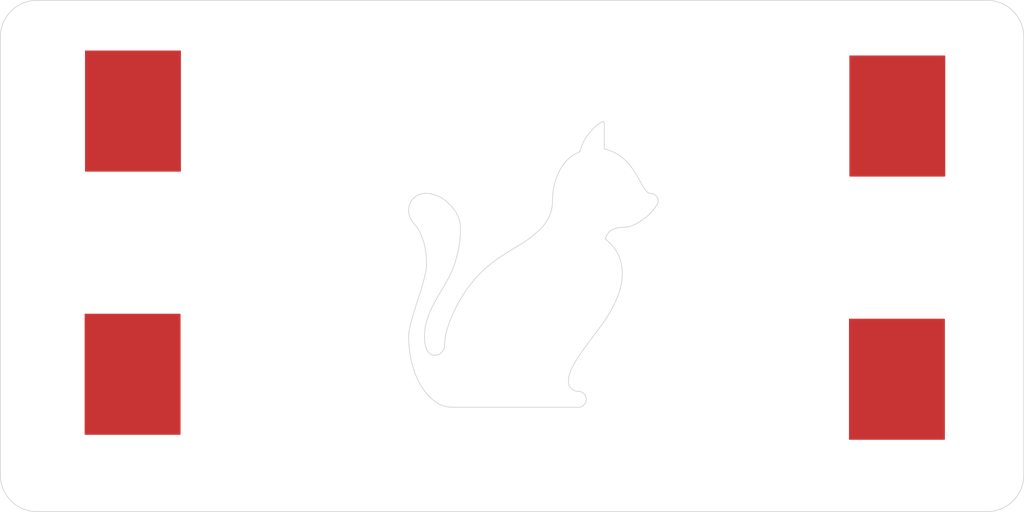
<source format=kicad_pcb>
(kicad_pcb (version 20211014) (generator pcbnew)

  (general
    (thickness 1.09)
  )

  (paper "A4")
  (layers
    (0 "F.Cu" signal)
    (31 "B.Cu" signal)
    (32 "B.Adhes" user "B.Adhesive")
    (33 "F.Adhes" user "F.Adhesive")
    (34 "B.Paste" user)
    (35 "F.Paste" user)
    (36 "B.SilkS" user "B.Silkscreen")
    (37 "F.SilkS" user "F.Silkscreen")
    (38 "B.Mask" user)
    (39 "F.Mask" user)
    (40 "Dwgs.User" user "User.Drawings")
    (41 "Cmts.User" user "User.Comments")
    (42 "Eco1.User" user "User.Eco1")
    (43 "Eco2.User" user "User.Eco2")
    (44 "Edge.Cuts" user)
    (45 "Margin" user)
    (46 "B.CrtYd" user "B.Courtyard")
    (47 "F.CrtYd" user "F.Courtyard")
    (48 "B.Fab" user)
    (49 "F.Fab" user)
    (50 "User.1" user)
    (51 "User.2" user)
    (52 "User.3" user)
    (53 "User.4" user)
    (54 "User.5" user)
    (55 "User.6" user)
    (56 "User.7" user)
    (57 "User.8" user)
    (58 "User.9" user)
  )

  (setup
    (stackup
      (layer "F.SilkS" (type "Top Silk Screen") (color "White"))
      (layer "F.Paste" (type "Top Solder Paste"))
      (layer "F.Mask" (type "Top Solder Mask") (color "Black") (thickness 0.01))
      (layer "F.Cu" (type "copper") (thickness 0.035))
      (layer "dielectric 1" (type "core") (thickness 1) (material "Al") (epsilon_r 8.7) (loss_tangent 0.001))
      (layer "B.Cu" (type "copper") (thickness 0.035))
      (layer "B.Mask" (type "Bottom Solder Mask") (color "Black") (thickness 0.01))
      (layer "B.Paste" (type "Bottom Solder Paste"))
      (layer "B.SilkS" (type "Bottom Silk Screen") (color "White"))
      (copper_finish "HAL lead-free")
      (dielectric_constraints no)
    )
    (pad_to_mask_clearance 0)
    (pcbplotparams
      (layerselection 0x00010fc_ffffffff)
      (disableapertmacros false)
      (usegerberextensions false)
      (usegerberattributes true)
      (usegerberadvancedattributes true)
      (creategerberjobfile true)
      (svguseinch false)
      (svgprecision 6)
      (excludeedgelayer true)
      (plotframeref false)
      (viasonmask false)
      (mode 1)
      (useauxorigin false)
      (hpglpennumber 1)
      (hpglpenspeed 20)
      (hpglpendiameter 15.000000)
      (dxfpolygonmode true)
      (dxfimperialunits true)
      (dxfusepcbnewfont true)
      (psnegative false)
      (psa4output false)
      (plotreference true)
      (plotvalue true)
      (plotinvisibletext false)
      (sketchpadsonfab false)
      (subtractmaskfromsilk false)
      (outputformat 1)
      (mirror false)
      (drillshape 1)
      (scaleselection 1)
      (outputdirectory "")
    )
  )

  (net 0 "")

  (gr_rect (start 92.65 104) (end 105.57 120.38) (layer "F.Cu") (width 0.2) (fill solid) (tstamp 56e38e93-0fc1-4dbf-8748-4e5e01cc51df))
  (gr_rect (start 92.7 67.96) (end 105.62 84.34) (layer "F.Cu") (width 0.2) (fill solid) (tstamp bf67f245-1714-4d39-b76d-53f1523ab5f8))
  (gr_rect (start 197.21 104.68) (end 210.13 121.06) (layer "F.Cu") (width 0.2) (fill solid) (tstamp ce33739c-5d28-4c4f-8ccf-84b467a2a283))
  (gr_rect (start 197.26 68.64) (end 210.18 85.02) (layer "F.Cu") (width 0.2) (fill solid) (tstamp f7e200ad-0805-42f5-9f32-792f4044fcf7))
  (gr_rect (start 92.7 67.95) (end 105.62 84.33) (layer "F.Mask") (width 0.2) (fill solid) (tstamp 0487eaf1-aed4-43c8-b413-58a751ee6704))
  (gr_rect (start 92.65 103.99) (end 105.57 120.37) (layer "F.Mask") (width 0.2) (fill solid) (tstamp 74d44c9a-48e5-4795-9d19-f13c167dd17e))
  (gr_rect (start 197.26 68.63) (end 210.18 85.01) (layer "F.Mask") (width 0.2) (fill solid) (tstamp bdeb6957-4199-4c46-befc-fc6addc59e85))
  (gr_rect (start 197.21 104.67) (end 210.13 121.05) (layer "F.Mask") (width 0.2) (fill solid) (tstamp feef402d-e20c-433f-bbed-b3d5c8efee26))
  (gr_curve locked (pts (xy 158.720606 113.155984) (xy 158.720606 113.549035) (xy 158.84805 113.881931) (xy 159.108084 114.14268)) (layer "Edge.Cuts") (width 0.1) (tstamp 02289c61-13df-495e-a809-03e3a71bb201))
  (gr_line locked (start 163.769522 93.641545) (end 163.845675 93.70384) (layer "Edge.Cuts") (width 0.1) (tstamp 052acc87-8ff9-4162-8f55-f7121d221d0a))
  (gr_line locked (start 216.02 130.99) (end 86.02 130.99) (layer "Edge.Cuts") (width 0.1) (tstamp 058e77a4-10af-4bc8-a984-5984d3bbee4c))
  (gr_curve locked (pts (xy 137.947151 91.956335) (xy 137.878286 91.874038) (xy 137.782418 91.765169) (xy 137.660259 91.629865)) (layer "Edge.Cuts") (width 0.1) (tstamp 0b43a8fb-b3d3-4444-a4b0-cf952c07dcfe))
  (gr_curve locked (pts (xy 137.5401 88.091137) (xy 137.986301 87.643939) (xy 138.532368 87.420625) (xy 139.187449 87.420625)) (layer "Edge.Cuts") (width 0.1) (tstamp 1020b588-7eb0-4b70-bbff-c77a867c3142))
  (gr_line locked (start 221.02 65.99) (end 221.02 125.99) (layer "Edge.Cuts") (width 0.1) (tstamp 18e95a1d-9d1d-4b93-8e4c-2d03c344acc0))
  (gr_line locked (start 163.639506 77.757873) (end 163.639506 81.226105) (layer "Edge.Cuts") (width 0.1) (tstamp 19a5aacd-255a-4bf3-89c1-efd2ab61016c))
  (gr_curve locked (pts (xy 143.963619 92.206938) (xy 143.963619 93.55582) (xy 143.798455 94.833122) (xy 143.469129 96.039417)) (layer "Edge.Cuts") (width 0.1) (tstamp 1c92f382-4ec3-478f-a1ca-afadd3087787))
  (gr_curve locked (pts (xy 143.521848 102.709678) (xy 144.679425 100.517119) (xy 146.134606 98.696749) (xy 147.886394 97.246425)) (layer "Edge.Cuts") (width 0.1) (tstamp 278deae2-fb37-4957-b2cb-afac30cacb12))
  (gr_curve locked (pts (xy 156.052415 90.689891) (xy 156.381885 90.002948) (xy 156.546763 89.275857) (xy 156.546763 88.510047)) (layer "Edge.Cuts") (width 0.1) (tstamp 27e3c71f-5a63-4710-8adf-b600b805ce02))
  (gr_curve locked (pts (xy 169.93115 87.420625) (xy 170.224758 87.420625) (xy 170.477075 87.526495) (xy 170.694674 87.744522)) (layer "Edge.Cuts") (width 0.1) (tstamp 2ba21493-929b-4122-ac0f-7aeaf8602cef))
  (gr_curve locked (pts (xy 161.363222 108.005198) (xy 160.642704 108.946317) (xy 160.024196 109.862857) (xy 159.508276 110.754683)) (layer "Edge.Cuts") (width 0.1) (tstamp 2cb05d43-df82-498c-aae1-4b1a0a350f82))
  (gr_curve locked (pts (xy 160.856731 116.386103) (xy 160.639131 116.60413) (xy 160.386815 116.71) (xy 160.093205 116.71)) (layer "Edge.Cuts") (width 0.1) (tstamp 2f4c659c-2ccb-4fb1-808e-7868af588a89))
  (gr_curve locked (pts (xy 151.795025 94.636528) (xy 152.358097 94.302913) (xy 152.827442 94.000161) (xy 153.202059 93.728128)) (layer "Edge.Cuts") (width 0.1) (tstamp 31070a40-077c-4123-96dd-e39f8a0007ce))
  (gr_curve locked (pts (xy 170.357489 89.672478) (xy 169.90829 90.235262) (xy 169.286784 90.777472) (xy 168.488827 91.297823)) (layer "Edge.Cuts") (width 0.1) (tstamp 3388a811-b444-4ecc-a564-b22a1b731ab4))
  (gr_curve locked (pts (xy 142.252403 99.14609) (xy 141.766345 100.017628) (xy 141.280283 100.857019) (xy 140.794365 101.664261)) (layer "Edge.Cuts") (width 0.1) (tstamp 36210d52-4f9a-42bc-a022-019a63c67fc2))
  (gr_line locked (start 160.093205 116.71) (end 142.87677 116.71) (layer "Edge.Cuts") (width 0.1) (tstamp 37f8ba3f-cca4-4b16-b699-07a704844fc9))
  (gr_curve locked (pts (xy 167.354399 83.835791) (xy 167.736019 84.383916) (xy 168.072775 84.925099) (xy 168.364668 85.45938)) (layer "Edge.Cuts") (width 0.1) (tstamp 3dbc1b14-20e2-4dcb-8347-d33c13d3f0e0))
  (gr_curve locked (pts (xy 142.468145 88.919098) (xy 143.47127 89.924223) (xy 143.963619 91.019075) (xy 143.963619 92.206938)) (layer "Edge.Cuts") (width 0.1) (tstamp 3e147ce1-21a6-4e77-a3db-fd00d575cd22))
  (gr_curve locked (pts (xy 159.108084 114.14268) (xy 159.368259 114.403285) (xy 159.700729 114.531156) (xy 160.093205 114.531156)) (layer "Edge.Cuts") (width 0.1) (tstamp 44a8a96b-3053-4222-9241-aa484f5ebe13))
  (gr_arc locked (start 163.44687 77.61406) (mid 163.57924 77.637675) (end 163.639506 77.757873) (layer "Edge.Cuts") (width 0.1) (tstamp 44e993be-f2df-4e61-a598-dfd6e106a208))
  (gr_arc locked (start 163.756396 81.372405) (mid 163.672317 81.319736) (end 163.639506 81.226105) (layer "Edge.Cuts") (width 0.1) (tstamp 45b7fe01-a2fa-40c2-a3a2-4a9ae7c34dba))
  (gr_curve locked (pts (xy 139.409762 108.933886) (xy 139.657509 109.361508) (xy 139.992978 109.601969) (xy 140.417177 109.601969)) (layer "Edge.Cuts") (width 0.1) (tstamp 4648968b-aa58-4f57-8f45-54b088364670))
  (gr_curve locked (pts (xy 171.018 88.510047) (xy 171.018 88.601344) (xy 170.974994 88.743648) (xy 170.862838 88.946387)) (layer "Edge.Cuts") (width 0.1) (tstamp 47957453-fce7-4d98-833c-e34bb8a852a5))
  (gr_curve locked (pts (xy 168.364668 85.45938) (xy 168.660277 86.000162) (xy 168.924595 86.452647) (xy 169.157624 86.815835)) (layer "Edge.Cuts") (width 0.1) (tstamp 4b534cd1-c414-4029-9164-e46766faf60e))
  (gr_curve locked (pts (xy 157.49231 84.357585) (xy 158.11794 83.116157) (xy 159.027358 82.249754) (xy 160.221702 81.750142)) (layer "Edge.Cuts") (width 0.1) (tstamp 4be2b882-65e4-4552-9482-9d622928de2f))
  (gr_line locked (start 81.02 125.99) (end 81.02 65.99) (layer "Edge.Cuts") (width 0.1) (tstamp 4c4b4317-29d0-438a-b331-525ede18773a))
  (gr_curve locked (pts (xy 166.098957 98.368422) (xy 166.098957 99.475989) (xy 165.847925 100.625132) (xy 165.341862 101.816853)) (layer "Edge.Cuts") (width 0.1) (tstamp 5160b3d5-0622-412f-84ed-9900be82a5a6))
  (gr_curve locked (pts (xy 139.187449 87.420625) (xy 140.372599 87.420625) (xy 141.46502 87.91383) (xy 142.468145 88.919098)) (layer "Edge.Cuts") (width 0.1) (tstamp 5bb32dcb-8a97-4374-8a16-bc17822d4db3))
  (gr_curve locked (pts (xy 165.849355 82.328546) (xy 166.479717 82.795933) (xy 166.980353 83.298638) (xy 167.354399 83.835791)) (layer "Edge.Cuts") (width 0.1) (tstamp 5fba7ff8-02f1-4ac0-93c4-5bd7becbcf63))
  (gr_curve locked (pts (xy 169.523099 87.253176) (xy 169.647972 87.356189) (xy 169.784846 87.420625) (xy 169.93115 87.420625)) (layer "Edge.Cuts") (width 0.1) (tstamp 60960af7-b938-44a8-82b5-e9c36f2e6817))
  (gr_curve locked (pts (xy 137.174057 105.180701) (xy 137.377796 104.364029) (xy 137.683978 103.3409) (xy 138.093313 102.11046)) (layer "Edge.Cuts") (width 0.1) (tstamp 617498ce-8469-4f4b-9f2b-09a2437561eb))
  (gr_arc locked (start 160.309946 81.646124) (mid 160.278332 81.708744) (end 160.221702 81.750142) (layer "Edge.Cuts") (width 0.1) (tstamp 6239967a-77bd-4ec9-89cd-e04efd8dbe26))
  (gr_curve locked (pts (xy 143.469129 96.039417) (xy 143.138229 97.250567) (xy 142.732321 98.285554) (xy 142.252403 99.14609)) (layer "Edge.Cuts") (width 0.1) (tstamp 67d6d490-a9a4-4ec7-8744-7c7abc821282))
  (gr_curve locked (pts (xy 160.093205 114.531156) (xy 160.386815 114.531156) (xy 160.639131 114.637026) (xy 160.856731 114.855054)) (layer "Edge.Cuts") (width 0.1) (tstamp 6999550c-f78a-4aae-9243-1b3881f5bb3b))
  (gr_curve locked (pts (xy 137.660259 91.629865) (xy 137.425946 91.370261) (xy 137.235065 91.086369) (xy 137.087472 90.778188)) (layer "Edge.Cuts") (width 0.1) (tstamp 6df433d7-73cd-4877-8d2e-047853b9077c))
  (gr_curve locked (pts (xy 168.488827 91.297823) (xy 167.698158 91.81346) (xy 166.950063 92.064063) (xy 166.241832 92.064063)) (layer "Edge.Cuts") (width 0.1) (tstamp 6e508bf2-c65e-4107-867d-a3cf9a86c69e))
  (gr_curve locked (pts (xy 153.202059 93.728128) (xy 153.579249 93.454521) (xy 154.063739 93.052901) (xy 154.654526 92.525263)) (layer "Edge.Cuts") (width 0.1) (tstamp 70186eba-dcad-4878-bf16-887f6eee49df))
  (gr_curve locked (pts (xy 170.862838 88.946387) (xy 170.752966 89.145126) (xy 170.585517 89.38687) (xy 170.357489 89.672478)) (layer "Edge.Cuts") (width 0.1) (tstamp 73a6ec8e-8641-4014-be28-4611d398be32))
  (gr_curve locked (pts (xy 141.623182 108.881594) (xy 141.685049 108.785011) (xy 141.73091 108.690569) (xy 141.74863 108.601416)) (layer "Edge.Cuts") (width 0.1) (tstamp 792ace59-9f73-49b7-92df-01568ab2b00b))
  (gr_arc locked (start 81.02 65.99) (mid 82.484466 62.454466) (end 86.02 60.99) (layer "Edge.Cuts") (width 0.1) (tstamp 7a6d9a4e-fe6a-4427-9f0c-a10fd3ceb923))
  (gr_curve locked (pts (xy 138.093313 102.11046) (xy 138.503791 100.876306) (xy 138.812546 99.845607) (xy 139.018713 99.019216)) (layer "Edge.Cuts") (width 0.1) (tstamp 7e90deb5-aef9-4d2b-a440-4cb0dbfaaa93))
  (gr_curve locked (pts (xy 159.508276 110.754683) (xy 158.989497 111.651511) (xy 158.720606 112.453469) (xy 158.720606 113.155984)) (layer "Edge.Cuts") (width 0.1) (tstamp 8202d57b-d5d2-4a80-8c03-3c6bdbbd1ddf))
  (gr_arc locked (start 86.02 130.99) (mid 82.484466 129.525534) (end 81.02 125.99) (layer "Edge.Cuts") (width 0.1) (tstamp 83d9db3e-661a-47bf-b26c-99313ad8bac9))
  (gr_curve locked (pts (xy 166.241832 92.064063) (xy 165.610324 92.064063) (xy 165.08283 92.182505) (xy 164.669491 92.431108)) (layer "Edge.Cuts") (width 0.1) (tstamp 846ce0b5-f99e-4df4-8803-62f82ae6f3e3))
  (gr_curve locked (pts (xy 139.018713 99.019216) (xy 139.22417 98.195542) (xy 139.330324 97.565321) (xy 139.330324 97.136125)) (layer "Edge.Cuts") (width 0.1) (tstamp 87a32952-c8e5-40ba-af1d-1a8829a6c906))
  (gr_curve locked (pts (xy 170.694674 87.744522) (xy 170.912273 87.96255) (xy 171.018 88.215439) (xy 171.018 88.510047)) (layer "Edge.Cuts") (width 0.1) (tstamp 8aa8d47e-f495-4049-8ac9-7f2ac3205412))
  (gr_curve locked (pts (xy 161.814993 78.880315) (xy 162.207041 78.430344) (xy 162.568944 78.098732) (xy 162.900271 77.880461)) (layer "Edge.Cuts") (width 0.1) (tstamp 8fbab3d0-cb5e-47c7-8764-6fa3c0e4e5f7))
  (gr_curve locked (pts (xy 141.74863 108.601416) (xy 141.775632 108.466111) (xy 141.789916 108.340956) (xy 141.789916 108.226797)) (layer "Edge.Cuts") (width 0.1) (tstamp 900cb6c8-1d05-4537-a4f0-9a7cc1a2ea1c))
  (gr_arc locked (start 221.02 125.99) (mid 219.555534 129.525534) (end 216.02 130.99) (layer "Edge.Cuts") (width 0.1) (tstamp 9bac5a37-2a55-41dd-96ea-ec02b69e3ef4))
  (gr_curve locked (pts (xy 163.756395 81.372407) (xy 164.529548 81.548097) (xy 165.226634 81.8668) (xy 165.849355 82.328546)) (layer "Edge.Cuts") (width 0.1) (tstamp 9c2a29da-c83f-4ec8-bbcf-9d775812af04))
  (gr_curve locked (pts (xy 162.900271 77.880461) (xy 163.095643 77.751734) (xy 163.277648 77.664229) (xy 163.44687 77.61406)) (layer "Edge.Cuts") (width 0.1) (tstamp a25ec672-f935-4d0c-ae67-7c3ebe078d85))
  (gr_curve locked (pts (xy 160.856731 114.855054) (xy 161.074329 115.073081) (xy 161.180057 115.325968) (xy 161.180057 115.620578)) (layer "Edge.Cuts") (width 0.1) (tstamp a2a33a3d-c501-4e33-b67b-7d07ef8aa4a7))
  (gr_curve locked (pts (xy 139.044574 106.9945) (xy 139.044574 107.848894) (xy 139.159875 108.502545) (xy 139.409762 108.933886)) (layer "Edge.Cuts") (width 0.1) (tstamp a7cad282-51c3-4f24-be5e-311c2c5e959b))
  (gr_curve locked (pts (xy 139.330324 97.136125) (xy 139.330324 95.192026) (xy 138.916702 93.52353) (xy 138.082457 92.137072)) (layer "Edge.Cuts") (width 0.1) (tstamp a8a389df-8d18-4e17-a74f-f60d5d77371e))
  (gr_curve locked (pts (xy 138.032022 92.061776) (xy 138.010016 92.03263) (xy 137.981583 91.997341) (xy 137.947151 91.956335)) (layer "Edge.Cuts") (width 0.1) (tstamp aa0e7fe7-e9c2-477f-bcb2-53a1ebd9e3a6))
  (gr_curve locked (pts (xy 163.512491 105.101406) (xy 162.795973 106.101387) (xy 162.079596 107.069367) (xy 161.363222 108.005198)) (layer "Edge.Cuts") (width 0.1) (tstamp abe3c03e-744a-4406-8e50-6a10745f0c43))
  (gr_curve locked (pts (xy 163.845675 93.70384) (xy 165.350864 94.935707) (xy 166.098957 96.48733) (xy 166.098957 98.368422)) (layer "Edge.Cuts") (width 0.1) (tstamp af7ed34f-31b5-4744-97e9-29e5f4d85343))
  (gr_curve locked (pts (xy 140.417177 109.601969) (xy 140.809508 109.601969) (xy 141.132978 109.473953) (xy 141.36958 109.207349)) (layer "Edge.Cuts") (width 0.1) (tstamp b31ebd25-cf4c-4c3e-b83d-0ec793b65cd9))
  (gr_curve locked (pts (xy 151.552568 94.797404) (xy 151.614574 94.765829) (xy 151.696729 94.710108) (xy 151.795025 94.636528)) (layer "Edge.Cuts") (width 0.1) (tstamp b4fbe1fb-a9a3-4020-9a82-d3fa1900cd85))
  (gr_curve locked (pts (xy 141.789916 108.226797) (xy 141.789916 106.745755) (xy 142.360845 104.90881) (xy 143.521848 102.709678)) (layer "Edge.Cuts") (width 0.1) (tstamp b500fd76-a613-4f44-aac4-99213e86ff44))
  (gr_curve locked (pts (xy 141.36958 109.207349) (xy 141.475023 109.088477) (xy 141.560177 108.979747) (xy 141.623182 108.881594)) (layer "Edge.Cuts") (width 0.1) (tstamp b8382866-f10b-4adc-84fc-f6e5dd44681b))
  (gr_curve locked (pts (xy 147.886394 97.246425) (xy 148.851372 96.457754) (xy 150.072812 95.641224) (xy 151.552568 94.797404)) (layer "Edge.Cuts") (width 0.1) (tstamp bc05cdd5-f72f-4c21-b397-0fa889871114))
  (gr_curve locked (pts (xy 140.794365 101.664261) (xy 140.303019 102.480794) (xy 139.889253 103.342471) (xy 139.553069 104.249157)) (layer "Edge.Cuts") (width 0.1) (tstamp c860c4e9-3ddd-4065-857c-b9aedc01e6ad))
  (gr_curve locked (pts (xy 160.309947 81.646124) (xy 160.534533 80.698607) (xy 161.033891 79.776642) (xy 161.814993 78.880315)) (layer "Edge.Cuts") (width 0.1) (tstamp ce3f834f-337d-4957-8d02-e900d7024614))
  (gr_curve locked (pts (xy 165.341862 101.816853) (xy 164.833228 103.014574) (xy 164.223437 104.109138) (xy 163.512491 105.101406)) (layer "Edge.Cuts") (width 0.1) (tstamp cfcae4a3-5d05-48fe-9a5f-9dcd4da4bd65))
  (gr_line locked (start 86.02 60.99) (end 216.02 60.99) (layer "Edge.Cuts") (width 0.1) (tstamp d1422f38-9fce-4f5e-878a-341530beaf9c))
  (gr_curve locked (pts (xy 169.157624 86.815835) (xy 169.277211 87.002287) (xy 169.398512 87.150306) (xy 169.523099 87.253176)) (layer "Edge.Cuts") (width 0.1) (tstamp d33c6077-a8ec-48ca-b0e0-97f3539ef54c))
  (gr_curve locked (pts (xy 137.087472 90.778188) (xy 136.944314 90.479294) (xy 136.870875 90.135106) (xy 136.870875 89.742344)) (layer "Edge.Cuts") (width 0.1) (tstamp d5b0938b-9efb-4b58-8ac4-d92da9ed2e30))
  (gr_arc locked (start 216.02 60.99) (mid 219.555534 62.454466) (end 221.02 65.99) (layer "Edge.Cuts") (width 0.1) (tstamp d91b4df3-08ca-4c95-92de-3004566cf2e7))
  (gr_curve locked (pts (xy 154.654526 92.525263) (xy 155.256888 91.987338) (xy 155.723375 91.375404) (xy 156.052415 90.689891)) (layer "Edge.Cuts") (width 0.1) (tstamp de588ed9-a530-46f0-aa03-e0307ff72286))
  (gr_curve locked (pts (xy 139.768951 115.307825) (xy 138.826119 114.362992) (xy 138.106459 113.157127) (xy 137.612824 111.68566)) (layer "Edge.Cuts") (width 0.1) (tstamp e1c71a89-4e45-4a56-a6ef-342af5f92d5c))
  (gr_curve locked (pts (xy 137.612824 111.68566) (xy 137.118478 110.212187) (xy 136.870875 108.648707) (xy 136.870875 106.9945)) (layer "Edge.Cuts") (width 0.1) (tstamp e20929e2-2c15-4a75-b1ed-9caa9bd27df7))
  (gr_curve locked (pts (xy 164.669491 92.431108) (xy 164.253441 92.681284) (xy 163.963976 93.056758) (xy 163.800526 93.548104)) (layer "Edge.Cuts") (width 0.1) (tstamp e8e598ff-c991-433d-8dd6-c9fce2fe1eaa))
  (gr_curve locked (pts (xy 142.87677 116.71) (xy 141.742054 116.71) (xy 140.707353 116.248229) (xy 139.768951 115.307825)) (layer "Edge.Cuts") (width 0.1) (tstamp ebadfd51-5a1d-4821-b341-8a1acb4abb01))
  (gr_curve locked (pts (xy 139.553069 104.249157) (xy 139.214595 105.162556) (xy 139.044574 106.077958) (xy 139.044574 106.9945)) (layer "Edge.Cuts") (width 0.1) (tstamp ed1f5df2-cfb6-4083-a9e5-5d196546ef9b))
  (gr_curve locked (pts (xy 161.180057 115.620578) (xy 161.180057 115.915188) (xy 161.074329 116.168075) (xy 160.856731 116.386103)) (layer "Edge.Cuts") (width 0.1) (tstamp f6a5cab3-78e5-4acf-8c67-f401df2846d0))
  (gr_curve locked (pts (xy 156.546763 88.510047) (xy 156.546763 86.990143) (xy 156.86266 85.606827) (xy 157.49231 84.357585)) (layer "Edge.Cuts") (width 0.1) (tstamp f8e92727-5789-4ef6-9dc3-be888ad72e45))
  (gr_curve locked (pts (xy 136.870875 106.9945) (xy 136.870875 106.602165) (xy 136.969603 106.000089) (xy 137.174057 105.180701)) (layer "Edge.Cuts") (width 0.1) (tstamp faa605d9-8c1c-4d31-b7c1-3dc31a22eb34))
  (gr_line locked (start 163.800526 93.548104) (end 163.769522 93.641545) (layer "Edge.Cuts") (width 0.1) (tstamp fb126c26-740a-4781-a5dd-5ef5455e4878))
  (gr_curve locked (pts (xy 136.870875 89.742344) (xy 136.870875 89.08569) (xy 137.09376 88.538336) (xy 137.5401 88.091137)) (layer "Edge.Cuts") (width 0.1) (tstamp fd146ca2-8fb8-4c71-9277-84f69bc5d3fc))
  (gr_curve locked (pts (xy 138.082457 92.137072) (xy 138.069598 92.112925) (xy 138.050736 92.086494) (xy 138.032022 92.061776)) (layer "Edge.Cuts") (width 0.1) (tstamp fe431a80-868e-482d-aa91-c96eb8387d6a))
  (gr_line (start 172.3 77.16) (end 173.25 71.5) (layer "F.Fab") (width 0.1) (tstamp 24bf087f-8284-43a2-9c78-c110b521274e))
  (gr_line (start 123.25 83.6) (end 127.89 100.58) (layer "F.Fab") (width 0.1) (tstamp 2b39378b-a9fa-48f6-9951-82fe0678b8fd))
  (gr_line (start 160.75 117.33) (end 162.87 114.97) (layer "F.Fab") (width 0.1) (tstamp 304ac04f-cbc2-463d-b8d3-2dd93a0cb957))
  (gr_line (start 133 115.83) (end 138.58 117.56) (layer "F.Fab") (width 0.1) (tstamp 37b995b2-20fa-47e3-83c3-f318a861f125))
  (gr_line (start 121.29 72.36) (end 123.25 83.6) (layer "F.Fab") (width 0.1) (tstamp 3afee79e-fc34-46fc-9cf7-6865695a1650))
  (gr_line (start 162.87 114.97) (end 169.47 100.9) (layer "F.Fab") (width 0.1) (tstamp 3de2c84d-b70e-41cf-a8a2-fcaf73ac1f4c))
  (gr_line (start 172.07 95.32) (end 172.3 77.16) (layer "F.Fab") (width 0.1) (tstamp 63164765-b098-4df0-b216-89c2a93bd190))
  (gr_line (start 127.89 100.58) (end 133 115.83) (layer "F.Fab") (width 0.1) (tstamp 77871069-ab8d-4de7-8cf8-b541efba3fab))
  (gr_line (start 138.58 117.56) (end 145.42 117.56) (layer "F.Fab") (width 0.1) (tstamp 947b3a30-fec3-4c89-962c-1cb7f7a827db))
  (gr_line (start 145.42 117.56) (end 160.75 117.33) (layer "F.Fab") (width 0.1) (tstamp d2651271-c9f3-45ef-9ae1-87a4d6f14c85))
  (gr_line (start 169.47 100.9) (end 172.07 95.32) (layer "F.Fab") (width 0.1) (tstamp e216ef06-ac27-44d4-940a-7e485f3fb4bd))

  (group "" locked (id 0bbd2e43-3eb0-4216-861b-a58366dbe43d)
    (members
      02289c61-13df-495e-a809-03e3a71bb201
      052acc87-8ff9-4162-8f55-f7121d221d0a
      058e77a4-10af-4bc8-a984-5984d3bbee4c
      0b43a8fb-b3d3-4444-a4b0-cf952c07dcfe
      1020b588-7eb0-4b70-bbff-c77a867c3142
      18e95a1d-9d1d-4b93-8e4c-2d03c344acc0
      19a5aacd-255a-4bf3-89c1-efd2ab61016c
      1c92f382-4ec3-478f-a1ca-afadd3087787
      278deae2-fb37-4957-b2cb-afac30cacb12
      27e3c71f-5a63-4710-8adf-b600b805ce02
      2ba21493-929b-4122-ac0f-7aeaf8602cef
      2cb05d43-df82-498c-aae1-4b1a0a350f82
      2f4c659c-2ccb-4fb1-808e-7868af588a89
      31070a40-077c-4123-96dd-e39f8a0007ce
      3388a811-b444-4ecc-a564-b22a1b731ab4
      36210d52-4f9a-42bc-a022-019a63c67fc2
      37f8ba3f-cca4-4b16-b699-07a704844fc9
      3dbc1b14-20e2-4dcb-8347-d33c13d3f0e0
      3e147ce1-21a6-4e77-a3db-fd00d575cd22
      44a8a96b-3053-4222-9241-aa484f5ebe13
      44e993be-f2df-4e61-a598-dfd6e106a208
      45b7fe01-a2fa-40c2-a3a2-4a9ae7c34dba
      4648968b-aa58-4f57-8f45-54b088364670
      47957453-fce7-4d98-833c-e34bb8a852a5
      4b534cd1-c414-4029-9164-e46766faf60e
      4be2b882-65e4-4552-9482-9d622928de2f
      4c4b4317-29d0-438a-b331-525ede18773a
      5160b3d5-0622-412f-84ed-9900be82a5a6
      5bb32dcb-8a97-4374-8a16-bc17822d4db3
      5fba7ff8-02f1-4ac0-93c4-5bd7becbcf63
      60960af7-b938-44a8-82b5-e9c36f2e6817
      617498ce-8469-4f4b-9f2b-09a2437561eb
      6239967a-77bd-4ec9-89cd-e04efd8dbe26
      67d6d490-a9a4-4ec7-8744-7c7abc821282
      6999550c-f78a-4aae-9243-1b3881f5bb3b
      6df433d7-73cd-4877-8d2e-047853b9077c
      6e508bf2-c65e-4107-867d-a3cf9a86c69e
      70186eba-dcad-4878-bf16-887f6eee49df
      73a6ec8e-8641-4014-be28-4611d398be32
      792ace59-9f73-49b7-92df-01568ab2b00b
      7a6d9a4e-fe6a-4427-9f0c-a10fd3ceb923
      7e90deb5-aef9-4d2b-a440-4cb0dbfaaa93
      8202d57b-d5d2-4a80-8c03-3c6bdbbd1ddf
      83d9db3e-661a-47bf-b26c-99313ad8bac9
      846ce0b5-f99e-4df4-8803-62f82ae6f3e3
      87a32952-c8e5-40ba-af1d-1a8829a6c906
      8aa8d47e-f495-4049-8ac9-7f2ac3205412
      8fbab3d0-cb5e-47c7-8764-6fa3c0e4e5f7
      900cb6c8-1d05-4537-a4f0-9a7cc1a2ea1c
      9bac5a37-2a55-41dd-96ea-ec02b69e3ef4
      9c2a29da-c83f-4ec8-bbcf-9d775812af04
      a25ec672-f935-4d0c-ae67-7c3ebe078d85
      a2a33a3d-c501-4e33-b67b-7d07ef8aa4a7
      a7cad282-51c3-4f24-be5e-311c2c5e959b
      a8a389df-8d18-4e17-a74f-f60d5d77371e
      aa0e7fe7-e9c2-477f-bcb2-53a1ebd9e3a6
      abe3c03e-744a-4406-8e50-6a10745f0c43
      af7ed34f-31b5-4744-97e9-29e5f4d85343
      b31ebd25-cf4c-4c3e-b83d-0ec793b65cd9
      b4fbe1fb-a9a3-4020-9a82-d3fa1900cd85
      b500fd76-a613-4f44-aac4-99213e86ff44
      b8382866-f10b-4adc-84fc-f6e5dd44681b
      bc05cdd5-f72f-4c21-b397-0fa889871114
      c860c4e9-3ddd-4065-857c-b9aedc01e6ad
      ce3f834f-337d-4957-8d02-e900d7024614
      cfcae4a3-5d05-48fe-9a5f-9dcd4da4bd65
      d1422f38-9fce-4f5e-878a-341530beaf9c
      d33c6077-a8ec-48ca-b0e0-97f3539ef54c
      d5b0938b-9efb-4b58-8ac4-d92da9ed2e30
      d91b4df3-08ca-4c95-92de-3004566cf2e7
      de588ed9-a530-46f0-aa03-e0307ff72286
      e1c71a89-4e45-4a56-a6ef-342af5f92d5c
      e20929e2-2c15-4a75-b1ed-9caa9bd27df7
      e8e598ff-c991-433d-8dd6-c9fce2fe1eaa
      ebadfd51-5a1d-4821-b341-8a1acb4abb01
      ed1f5df2-cfb6-4083-a9e5-5d196546ef9b
      f6a5cab3-78e5-4acf-8c67-f401df2846d0
      f8e92727-5789-4ef6-9dc3-be888ad72e45
      faa605d9-8c1c-4d31-b7c1-3dc31a22eb34
      fb126c26-740a-4781-a5dd-5ef5455e4878
      fd146ca2-8fb8-4c71-9277-84f69bc5d3fc
      fe431a80-868e-482d-aa91-c96eb8387d6a
    )
  )
)

</source>
